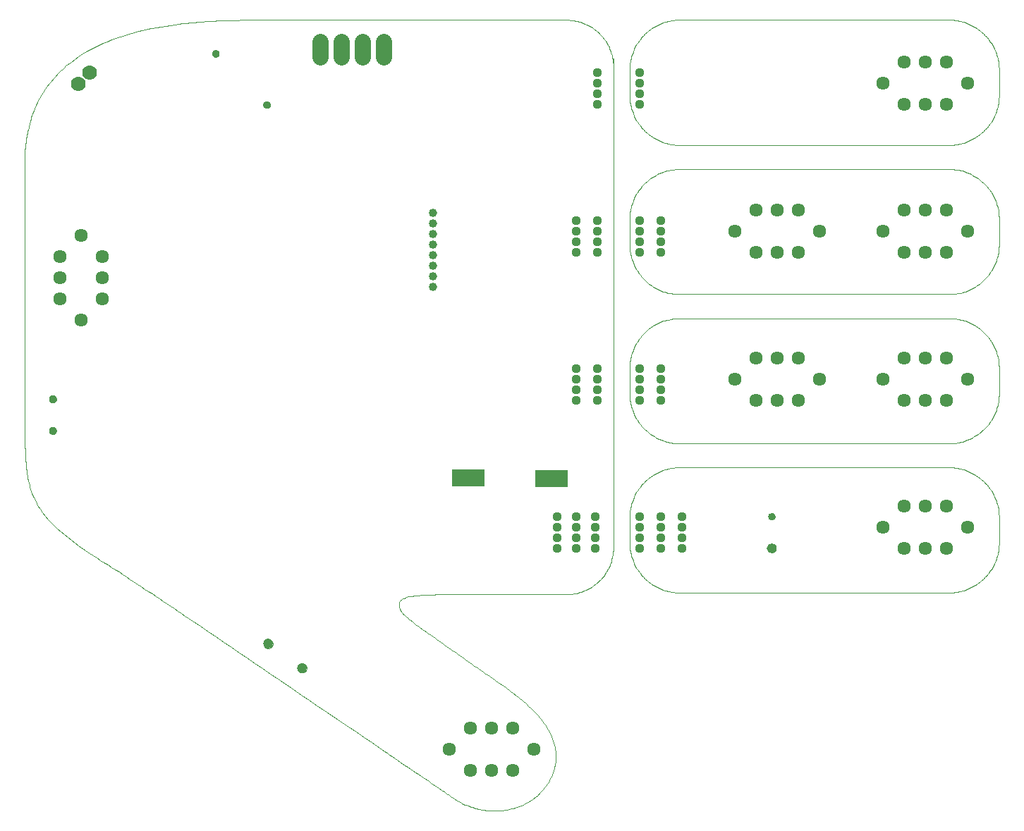
<source format=gbs>
G75*
%MOIN*%
%OFA0B0*%
%FSLAX25Y25*%
%IPPOS*%
%LPD*%
%AMOC8*
5,1,8,0,0,1.08239X$1,22.5*
%
%ADD10C,0.00394*%
%ADD11C,0.07800*%
%ADD12C,0.00000*%
%ADD13C,0.03746*%
%ADD14C,0.03353*%
%ADD15C,0.04534*%
%ADD16C,0.03550*%
%ADD17C,0.07000*%
%ADD18C,0.04731*%
%ADD19C,0.06337*%
%ADD20C,0.04400*%
%ADD21C,0.03975*%
%ADD22R,0.15400X0.08000*%
D10*
X0114420Y0091836D02*
X0118103Y0089341D01*
X0121786Y0086847D01*
X0125468Y0084351D01*
X0129149Y0081855D01*
X0132830Y0079358D01*
X0136510Y0076861D01*
X0143870Y0071864D01*
X0147550Y0069365D01*
X0151228Y0066865D01*
X0154907Y0064365D01*
X0158586Y0061865D01*
X0165942Y0056863D01*
X0169620Y0054362D01*
X0173298Y0051860D01*
X0176976Y0049358D01*
X0180653Y0046857D01*
X0184331Y0044355D01*
X0185557Y0043521D01*
X0186783Y0042686D01*
X0188009Y0041852D01*
X0189235Y0041018D01*
X0190460Y0040184D01*
X0191686Y0039350D01*
X0192912Y0038515D01*
X0194138Y0037681D01*
X0196590Y0036013D01*
X0197816Y0035178D01*
X0199041Y0034344D01*
X0200267Y0033509D01*
X0201493Y0032675D01*
X0202719Y0031841D01*
X0203944Y0031006D01*
X0205170Y0030172D01*
X0207621Y0028503D01*
X0208847Y0027668D01*
X0211298Y0025999D01*
X0212524Y0025164D01*
X0213749Y0024329D01*
X0214151Y0024056D01*
X0214551Y0023779D01*
X0214951Y0023500D01*
X0215351Y0023220D01*
X0215751Y0022939D01*
X0216151Y0022658D01*
X0216551Y0022377D01*
X0216952Y0022096D01*
X0217756Y0021537D01*
X0218159Y0021260D01*
X0218971Y0020712D01*
X0219379Y0020441D01*
X0219790Y0020177D01*
X0220201Y0019912D01*
X0220615Y0019653D01*
X0221033Y0019401D01*
X0221451Y0019149D01*
X0221873Y0018904D01*
X0222726Y0018433D01*
X0223157Y0018207D01*
X0223594Y0017992D01*
X0224254Y0017667D01*
X0224925Y0017364D01*
X0225604Y0017084D01*
X0226284Y0016803D01*
X0226972Y0016544D01*
X0227669Y0016308D01*
X0228365Y0016071D01*
X0229069Y0015857D01*
X0229779Y0015666D01*
X0230488Y0015475D01*
X0231205Y0015306D01*
X0231925Y0015160D01*
X0232646Y0015014D01*
X0233371Y0014891D01*
X0234100Y0014791D01*
X0234828Y0014691D01*
X0235560Y0014615D01*
X0237027Y0014508D01*
X0237762Y0014478D01*
X0239232Y0014465D01*
X0239968Y0014482D01*
X0240702Y0014524D01*
X0241707Y0014580D01*
X0242710Y0014682D01*
X0243705Y0014831D01*
X0244701Y0014980D01*
X0245689Y0015174D01*
X0246665Y0015414D01*
X0247641Y0015654D01*
X0248605Y0015940D01*
X0250498Y0016603D01*
X0251428Y0016980D01*
X0252336Y0017402D01*
X0253243Y0017824D01*
X0254129Y0018291D01*
X0254988Y0018803D01*
X0255847Y0019315D01*
X0256679Y0019872D01*
X0258280Y0021075D01*
X0259048Y0021722D01*
X0260512Y0023103D01*
X0261207Y0023838D01*
X0261861Y0024617D01*
X0262532Y0025416D01*
X0263151Y0026248D01*
X0263715Y0027108D01*
X0264280Y0027968D01*
X0264790Y0028855D01*
X0265243Y0029766D01*
X0265696Y0030676D01*
X0266092Y0031609D01*
X0266428Y0032560D01*
X0266763Y0033511D01*
X0267039Y0034480D01*
X0267463Y0036441D01*
X0267613Y0037435D01*
X0267696Y0038435D01*
X0267780Y0039436D01*
X0267797Y0040444D01*
X0267694Y0042465D01*
X0267574Y0043477D01*
X0267382Y0044486D01*
X0267190Y0045496D01*
X0266927Y0046502D01*
X0266588Y0047501D01*
X0266243Y0048521D01*
X0265840Y0049517D01*
X0265387Y0050488D01*
X0264935Y0051459D01*
X0264432Y0052406D01*
X0263885Y0053329D01*
X0263339Y0054253D01*
X0262749Y0055153D01*
X0262123Y0056030D01*
X0261497Y0056907D01*
X0260835Y0057761D01*
X0260142Y0058592D01*
X0259450Y0059424D01*
X0258728Y0060234D01*
X0257984Y0061022D01*
X0257239Y0061810D01*
X0256472Y0062577D01*
X0255689Y0063322D01*
X0254905Y0064068D01*
X0254106Y0064793D01*
X0253298Y0065497D01*
X0252490Y0066202D01*
X0251672Y0066886D01*
X0250853Y0067551D01*
X0250015Y0068231D01*
X0249169Y0068900D01*
X0247461Y0070223D01*
X0246599Y0070876D01*
X0245732Y0071522D01*
X0244865Y0072167D01*
X0243992Y0072807D01*
X0243115Y0073440D01*
X0242237Y0074074D01*
X0241355Y0074703D01*
X0240471Y0075327D01*
X0239586Y0075952D01*
X0238698Y0076572D01*
X0237810Y0077191D01*
X0236921Y0077809D01*
X0236031Y0078425D01*
X0235141Y0079041D01*
X0234251Y0079656D01*
X0233361Y0080270D01*
X0232473Y0080885D01*
X0231585Y0081501D01*
X0230698Y0082116D01*
X0229815Y0082735D01*
X0228903Y0083373D01*
X0227990Y0084011D01*
X0226164Y0085286D01*
X0225251Y0085924D01*
X0224338Y0086561D01*
X0223424Y0087198D01*
X0222511Y0087836D01*
X0221598Y0088473D01*
X0220685Y0089111D01*
X0219772Y0089749D01*
X0218860Y0090387D01*
X0217947Y0091026D01*
X0217035Y0091665D01*
X0216124Y0092304D01*
X0215212Y0092944D01*
X0214301Y0093585D01*
X0213391Y0094226D01*
X0212481Y0094868D01*
X0211571Y0095510D01*
X0210663Y0096154D01*
X0209754Y0096798D01*
X0208847Y0097443D01*
X0207940Y0098090D01*
X0207542Y0098374D01*
X0207143Y0098657D01*
X0206743Y0098940D01*
X0206343Y0099222D01*
X0205942Y0099504D01*
X0205541Y0099787D01*
X0205140Y0100070D01*
X0204739Y0100353D01*
X0204338Y0100637D01*
X0203938Y0100921D01*
X0203538Y0101207D01*
X0203140Y0101494D01*
X0202741Y0101781D01*
X0202344Y0102069D01*
X0201554Y0102652D01*
X0201161Y0102946D01*
X0200771Y0103243D01*
X0200381Y0103540D01*
X0199993Y0103840D01*
X0199609Y0104144D01*
X0199226Y0104448D01*
X0198845Y0104755D01*
X0198469Y0105068D01*
X0198220Y0105274D01*
X0197946Y0105502D01*
X0197658Y0105748D01*
X0197370Y0105994D01*
X0197069Y0106259D01*
X0196766Y0106540D01*
X0196464Y0106820D01*
X0196160Y0107117D01*
X0195574Y0107736D01*
X0195292Y0108059D01*
X0194773Y0108727D01*
X0194537Y0109072D01*
X0194134Y0109778D01*
X0193967Y0110139D01*
X0193848Y0110506D01*
X0193728Y0110873D01*
X0193656Y0111245D01*
X0193643Y0111620D01*
X0193630Y0111996D01*
X0193676Y0112375D01*
X0193794Y0112754D01*
X0193916Y0113147D01*
X0194108Y0113494D01*
X0194355Y0113801D01*
X0194602Y0114107D01*
X0194905Y0114373D01*
X0195249Y0114604D01*
X0195593Y0114835D01*
X0195979Y0115031D01*
X0196804Y0115367D01*
X0197244Y0115507D01*
X0198150Y0115740D01*
X0198616Y0115834D01*
X0199082Y0115912D01*
X0199547Y0115990D01*
X0200011Y0116051D01*
X0200908Y0116152D01*
X0201342Y0116192D01*
X0201746Y0116227D01*
X0202151Y0116263D01*
X0202526Y0116294D01*
X0202857Y0116326D01*
X0203312Y0116370D01*
X0203766Y0116410D01*
X0204677Y0116482D01*
X0205132Y0116514D01*
X0205588Y0116542D01*
X0206043Y0116570D01*
X0206499Y0116595D01*
X0206956Y0116616D01*
X0207412Y0116638D01*
X0207868Y0116656D01*
X0208325Y0116672D01*
X0208781Y0116688D01*
X0209238Y0116701D01*
X0210151Y0116723D01*
X0210608Y0116732D01*
X0211064Y0116739D01*
X0211521Y0116746D01*
X0211977Y0116751D01*
X0212434Y0116755D01*
X0212891Y0116759D01*
X0213347Y0116762D01*
X0213803Y0116764D01*
X0214793Y0116768D01*
X0215783Y0116771D01*
X0217764Y0116777D01*
X0218754Y0116779D01*
X0219744Y0116781D01*
X0220734Y0116782D01*
X0221724Y0116784D01*
X0222714Y0116784D01*
X0223704Y0116785D01*
X0224695Y0116786D01*
X0225685Y0116786D01*
X0226675Y0116786D01*
X0227665Y0116786D01*
X0228655Y0116786D01*
X0229645Y0116786D01*
X0230635Y0116786D01*
X0231626Y0116786D01*
X0232616Y0116786D01*
X0233606Y0116787D01*
X0234596Y0116787D01*
X0235586Y0116788D01*
X0236576Y0116788D01*
X0237566Y0116790D01*
X0238764Y0116791D01*
X0239962Y0116793D01*
X0242358Y0116795D01*
X0243555Y0116796D01*
X0244753Y0116797D01*
X0245951Y0116799D01*
X0247149Y0116800D01*
X0248347Y0116801D01*
X0249545Y0116802D01*
X0250743Y0116802D01*
X0251940Y0116803D01*
X0253138Y0116804D01*
X0254336Y0116805D01*
X0256732Y0116806D01*
X0257930Y0116806D01*
X0259127Y0116807D01*
X0260325Y0116807D01*
X0261523Y0116808D01*
X0262721Y0116808D01*
X0263919Y0116808D01*
X0265117Y0116808D01*
X0266718Y0116808D01*
X0267123Y0116804D01*
X0267531Y0116799D01*
X0267938Y0116794D01*
X0268347Y0116786D01*
X0268757Y0116779D01*
X0269167Y0116772D01*
X0269578Y0116766D01*
X0269989Y0116761D01*
X0270401Y0116756D01*
X0270813Y0116753D01*
X0271636Y0116755D01*
X0272047Y0116760D01*
X0272869Y0116781D01*
X0273279Y0116798D01*
X0273687Y0116822D01*
X0274095Y0116846D01*
X0274502Y0116878D01*
X0275312Y0116960D01*
X0275714Y0117011D01*
X0276114Y0117073D01*
X0276875Y0117192D01*
X0277626Y0117350D01*
X0278366Y0117547D01*
X0279106Y0117744D01*
X0279834Y0117979D01*
X0280547Y0118250D01*
X0281260Y0118521D01*
X0281959Y0118828D01*
X0282641Y0119170D01*
X0283322Y0119512D01*
X0283986Y0119888D01*
X0284630Y0120296D01*
X0285273Y0120704D01*
X0285896Y0121144D01*
X0286496Y0121615D01*
X0287096Y0122085D01*
X0287673Y0122586D01*
X0288224Y0123115D01*
X0288774Y0123644D01*
X0289299Y0124201D01*
X0289795Y0124785D01*
X0290290Y0125368D01*
X0290757Y0125978D01*
X0291191Y0126612D01*
X0291565Y0127156D01*
X0291906Y0127708D01*
X0292217Y0128270D01*
X0292528Y0128831D01*
X0292810Y0129401D01*
X0293317Y0130555D01*
X0293544Y0131140D01*
X0293744Y0131732D01*
X0293945Y0132324D01*
X0294120Y0132922D01*
X0294272Y0133527D01*
X0294424Y0134132D01*
X0294553Y0134743D01*
X0294660Y0135360D01*
X0294768Y0135977D01*
X0294854Y0136599D01*
X0294988Y0137853D01*
X0295037Y0138485D01*
X0295068Y0139121D01*
X0295100Y0139758D01*
X0295114Y0140398D01*
X0295114Y0370099D01*
X0295096Y0365780D01*
X0295057Y0366455D01*
X0295019Y0367131D01*
X0294959Y0367802D01*
X0294878Y0368466D01*
X0294796Y0369131D01*
X0294692Y0369790D01*
X0294563Y0370441D01*
X0294435Y0371093D01*
X0294282Y0371738D01*
X0293922Y0373011D01*
X0293716Y0373640D01*
X0293482Y0374260D01*
X0293247Y0374880D01*
X0292984Y0375491D01*
X0292690Y0376092D01*
X0292396Y0376693D01*
X0292071Y0377284D01*
X0291714Y0377865D01*
X0291357Y0378445D01*
X0290968Y0379015D01*
X0290543Y0379572D01*
X0290076Y0380186D01*
X0289578Y0380774D01*
X0288526Y0381895D01*
X0287972Y0382427D01*
X0287394Y0382929D01*
X0286815Y0383431D01*
X0286212Y0383904D01*
X0284962Y0384786D01*
X0284315Y0385195D01*
X0282984Y0385947D01*
X0282300Y0386289D01*
X0281599Y0386596D01*
X0280899Y0386903D01*
X0280183Y0387175D01*
X0279454Y0387409D01*
X0278725Y0387644D01*
X0277983Y0387841D01*
X0277231Y0387999D01*
X0276479Y0388158D01*
X0275718Y0388277D01*
X0274949Y0388355D01*
X0274570Y0388394D01*
X0274190Y0388425D01*
X0273809Y0388450D01*
X0273428Y0388474D01*
X0273046Y0388493D01*
X0272664Y0388506D01*
X0272281Y0388519D01*
X0271898Y0388528D01*
X0271514Y0388532D01*
X0271131Y0388537D01*
X0270747Y0388538D01*
X0270362Y0388537D01*
X0269978Y0388535D01*
X0269594Y0388531D01*
X0269210Y0388526D01*
X0268826Y0388521D01*
X0268442Y0388515D01*
X0268059Y0388509D01*
X0267675Y0388503D01*
X0267292Y0388497D01*
X0266528Y0388489D01*
X0266146Y0388486D01*
X0130394Y0388486D01*
X0128533Y0388483D01*
X0126671Y0388475D01*
X0124809Y0388466D01*
X0122947Y0388452D01*
X0121086Y0388429D01*
X0119224Y0388405D01*
X0117363Y0388372D01*
X0113642Y0388282D01*
X0111783Y0388224D01*
X0109923Y0388151D01*
X0108064Y0388078D01*
X0106206Y0387989D01*
X0104349Y0387881D01*
X0102492Y0387773D01*
X0100636Y0387646D01*
X0098782Y0387497D01*
X0096927Y0387348D01*
X0095074Y0387176D01*
X0093222Y0386980D01*
X0091371Y0386783D01*
X0089521Y0386560D01*
X0087673Y0386309D01*
X0085526Y0386017D01*
X0083369Y0385690D01*
X0081210Y0385320D01*
X0079051Y0384949D01*
X0076891Y0384536D01*
X0074737Y0384072D01*
X0072584Y0383609D01*
X0070437Y0383095D01*
X0068307Y0382523D01*
X0066176Y0381951D01*
X0064062Y0381322D01*
X0059882Y0379933D01*
X0057817Y0379174D01*
X0055785Y0378342D01*
X0053753Y0377510D01*
X0051755Y0376605D01*
X0049799Y0375621D01*
X0047844Y0374637D01*
X0045930Y0373573D01*
X0044068Y0372421D01*
X0042205Y0371270D01*
X0040394Y0370031D01*
X0038643Y0368698D01*
X0037813Y0368066D01*
X0037000Y0367413D01*
X0036207Y0366738D01*
X0035413Y0366063D01*
X0034638Y0365367D01*
X0033884Y0364651D01*
X0033129Y0363935D01*
X0032395Y0363199D01*
X0030970Y0361686D01*
X0030279Y0360910D01*
X0028944Y0359319D01*
X0028299Y0358505D01*
X0027059Y0356839D01*
X0026464Y0355988D01*
X0025324Y0354249D01*
X0024780Y0353362D01*
X0023746Y0351553D01*
X0023257Y0350631D01*
X0022796Y0349693D01*
X0022409Y0348905D01*
X0022048Y0348111D01*
X0021372Y0346513D01*
X0021057Y0345708D01*
X0020764Y0344899D01*
X0020470Y0344089D01*
X0020197Y0343275D01*
X0019942Y0342455D01*
X0019687Y0341636D01*
X0019450Y0340812D01*
X0019008Y0339155D01*
X0018803Y0338322D01*
X0018610Y0337484D01*
X0018418Y0336647D01*
X0018238Y0335805D01*
X0018069Y0334959D01*
X0017899Y0334114D01*
X0017741Y0333264D01*
X0017589Y0332410D01*
X0017438Y0331557D01*
X0017295Y0330700D01*
X0017157Y0329839D01*
X0017099Y0329480D01*
X0017053Y0329117D01*
X0016978Y0328382D01*
X0016949Y0328011D01*
X0016907Y0327265D01*
X0016893Y0326889D01*
X0016883Y0326511D01*
X0016874Y0326134D01*
X0016870Y0325755D01*
X0016869Y0325376D01*
X0016869Y0324997D01*
X0016871Y0324618D01*
X0016874Y0324239D01*
X0016878Y0323860D01*
X0016882Y0323483D01*
X0016889Y0322731D01*
X0016892Y0322357D01*
X0016892Y0321987D01*
X0016892Y0321616D01*
X0016889Y0321248D01*
X0016882Y0320885D01*
X0016873Y0320497D01*
X0016867Y0320109D01*
X0016861Y0319720D01*
X0016855Y0319332D01*
X0016851Y0318944D01*
X0016847Y0318556D01*
X0016844Y0318167D01*
X0016841Y0317779D01*
X0016839Y0317391D01*
X0016838Y0317003D01*
X0016836Y0316614D01*
X0016836Y0316226D01*
X0016835Y0315838D01*
X0016835Y0315449D01*
X0016835Y0315061D01*
X0016836Y0314673D01*
X0016836Y0314285D01*
X0016837Y0313896D01*
X0016837Y0313508D01*
X0016838Y0313120D01*
X0016838Y0312731D01*
X0016839Y0312343D01*
X0016839Y0311955D01*
X0016839Y0208801D01*
X0016839Y0208056D01*
X0016838Y0207310D01*
X0016837Y0206564D01*
X0016836Y0205819D01*
X0016835Y0205073D01*
X0016834Y0204327D01*
X0016833Y0203582D01*
X0016831Y0202090D01*
X0016831Y0201345D01*
X0016830Y0200599D01*
X0016830Y0199853D01*
X0016830Y0199108D01*
X0016831Y0198362D01*
X0016831Y0197616D01*
X0016833Y0196871D01*
X0016835Y0196125D01*
X0016837Y0195379D01*
X0016840Y0194634D01*
X0016844Y0193888D01*
X0016848Y0193142D01*
X0016853Y0192397D01*
X0016859Y0191651D01*
X0016868Y0190610D01*
X0016877Y0189565D01*
X0016891Y0188516D01*
X0016904Y0187468D01*
X0016923Y0186416D01*
X0016952Y0185364D01*
X0016980Y0184311D01*
X0017018Y0183257D01*
X0017124Y0181151D01*
X0017191Y0180099D01*
X0017277Y0179048D01*
X0017363Y0177998D01*
X0017469Y0176951D01*
X0017727Y0174864D01*
X0017881Y0173825D01*
X0018063Y0172792D01*
X0018245Y0171759D01*
X0018455Y0170732D01*
X0018699Y0169712D01*
X0018943Y0168693D01*
X0019221Y0167682D01*
X0019536Y0166680D01*
X0020176Y0164648D01*
X0020987Y0162717D01*
X0021943Y0160877D01*
X0022899Y0159037D01*
X0024000Y0157287D01*
X0025219Y0155617D01*
X0026437Y0153947D01*
X0027775Y0152357D01*
X0029204Y0150836D01*
X0030634Y0149315D01*
X0032156Y0147864D01*
X0033743Y0146472D01*
X0035331Y0145080D01*
X0036984Y0143747D01*
X0040370Y0141178D01*
X0042102Y0139942D01*
X0045594Y0137547D01*
X0047353Y0136387D01*
X0049099Y0135255D01*
X0050845Y0134123D01*
X0052578Y0133018D01*
X0054272Y0131931D01*
X0056027Y0130804D01*
X0057780Y0129673D01*
X0059529Y0128538D01*
X0061279Y0127404D01*
X0063026Y0126265D01*
X0064771Y0125123D01*
X0066516Y0123981D01*
X0068258Y0122835D01*
X0069999Y0121687D01*
X0071739Y0120538D01*
X0073478Y0119387D01*
X0075215Y0118233D01*
X0076952Y0117079D01*
X0078687Y0115922D01*
X0080420Y0114764D01*
X0082154Y0113605D01*
X0083887Y0112444D01*
X0085618Y0111282D01*
X0087350Y0110120D01*
X0089080Y0108956D01*
X0090810Y0107791D01*
X0092539Y0106625D01*
X0094268Y0105459D01*
X0095997Y0104292D01*
X0099683Y0101803D01*
X0103368Y0099313D01*
X0107053Y0096821D01*
X0110737Y0094329D01*
X0114420Y0091836D01*
X0303036Y0137277D02*
X0302915Y0138057D01*
X0302753Y0139640D01*
X0302712Y0140443D01*
X0302712Y0154004D01*
X0302753Y0154807D01*
X0302834Y0155598D01*
X0302915Y0156390D01*
X0303036Y0157170D01*
X0303194Y0157937D01*
X0303352Y0158704D01*
X0303547Y0159458D01*
X0303778Y0160197D01*
X0304009Y0160935D01*
X0304276Y0161658D01*
X0304875Y0163070D01*
X0305209Y0163759D01*
X0305573Y0164428D01*
X0305938Y0165097D01*
X0306334Y0165747D01*
X0307186Y0167004D01*
X0307641Y0167612D01*
X0308606Y0168779D01*
X0309115Y0169340D01*
X0309651Y0169875D01*
X0310186Y0170410D01*
X0310746Y0170920D01*
X0311914Y0171885D01*
X0312521Y0172340D01*
X0313779Y0173191D01*
X0314429Y0173587D01*
X0315098Y0173952D01*
X0315767Y0174317D01*
X0316456Y0174650D01*
X0317868Y0175250D01*
X0318591Y0175517D01*
X0319329Y0175748D01*
X0320068Y0175979D01*
X0320821Y0176174D01*
X0322355Y0176490D01*
X0323136Y0176611D01*
X0324719Y0176773D01*
X0325522Y0176814D01*
X0454499Y0176814D01*
X0455302Y0176773D01*
X0456885Y0176611D01*
X0457665Y0176490D01*
X0458432Y0176332D01*
X0459199Y0176174D01*
X0459953Y0175979D01*
X0460691Y0175748D01*
X0461430Y0175517D01*
X0462153Y0175250D01*
X0463565Y0174650D01*
X0464253Y0174317D01*
X0464923Y0173952D01*
X0465592Y0173587D01*
X0466242Y0173191D01*
X0467499Y0172340D01*
X0468106Y0171885D01*
X0469274Y0170920D01*
X0469835Y0170410D01*
X0470370Y0169875D01*
X0470905Y0169340D01*
X0471415Y0168779D01*
X0472380Y0167612D01*
X0472835Y0167004D01*
X0473686Y0165747D01*
X0474082Y0165097D01*
X0474447Y0164428D01*
X0474812Y0163759D01*
X0475145Y0163070D01*
X0475745Y0161658D01*
X0476011Y0160935D01*
X0476242Y0160197D01*
X0476473Y0159458D01*
X0476669Y0158704D01*
X0476985Y0157170D01*
X0477105Y0156390D01*
X0477186Y0155598D01*
X0477267Y0154807D01*
X0477309Y0154004D01*
X0477309Y0140443D01*
X0477267Y0139640D01*
X0477105Y0138057D01*
X0476985Y0137277D01*
X0476827Y0136510D01*
X0476669Y0135743D01*
X0476473Y0134989D01*
X0476242Y0134251D01*
X0476011Y0133512D01*
X0475745Y0132789D01*
X0475145Y0131377D01*
X0474812Y0130689D01*
X0474447Y0130020D01*
X0474082Y0129350D01*
X0473686Y0128700D01*
X0473260Y0128072D01*
X0472835Y0127443D01*
X0472380Y0126836D01*
X0471897Y0126252D01*
X0471415Y0125668D01*
X0470905Y0125107D01*
X0469835Y0124037D01*
X0469274Y0123527D01*
X0468106Y0122562D01*
X0467499Y0122107D01*
X0466870Y0121682D01*
X0466242Y0121256D01*
X0465592Y0120860D01*
X0464923Y0120495D01*
X0464253Y0120130D01*
X0463565Y0119797D01*
X0462153Y0119197D01*
X0461430Y0118931D01*
X0460691Y0118700D01*
X0459953Y0118469D01*
X0459199Y0118273D01*
X0458432Y0118115D01*
X0457665Y0117957D01*
X0456885Y0117837D01*
X0455302Y0117675D01*
X0454499Y0117633D01*
X0325522Y0117633D01*
X0324719Y0117675D01*
X0323136Y0117837D01*
X0322355Y0117957D01*
X0321588Y0118115D01*
X0320821Y0118273D01*
X0320068Y0118469D01*
X0319329Y0118700D01*
X0318591Y0118931D01*
X0317868Y0119197D01*
X0316456Y0119797D01*
X0315767Y0120130D01*
X0315098Y0120495D01*
X0314429Y0120860D01*
X0313779Y0121256D01*
X0313150Y0121682D01*
X0312521Y0122107D01*
X0311914Y0122562D01*
X0310746Y0123527D01*
X0310186Y0124037D01*
X0309115Y0125107D01*
X0308606Y0125668D01*
X0308123Y0126252D01*
X0307641Y0126836D01*
X0307186Y0127443D01*
X0306760Y0128072D01*
X0306334Y0128700D01*
X0305938Y0129350D01*
X0305573Y0130020D01*
X0305209Y0130689D01*
X0304875Y0131377D01*
X0304276Y0132789D01*
X0304009Y0133512D01*
X0303778Y0134251D01*
X0303547Y0134989D01*
X0303352Y0135743D01*
X0303194Y0136510D01*
X0303036Y0137277D01*
X0319329Y0189257D02*
X0318591Y0189488D01*
X0317868Y0189755D01*
X0316456Y0190354D01*
X0315767Y0190688D01*
X0315098Y0191052D01*
X0314429Y0191417D01*
X0313779Y0191813D01*
X0313150Y0192239D01*
X0312521Y0192665D01*
X0311914Y0193120D01*
X0311330Y0193602D01*
X0310746Y0194084D01*
X0310186Y0194594D01*
X0309115Y0195665D01*
X0308606Y0196225D01*
X0307641Y0197393D01*
X0307186Y0198000D01*
X0306760Y0198629D01*
X0306334Y0199258D01*
X0305938Y0199908D01*
X0305573Y0200577D01*
X0305209Y0201246D01*
X0304875Y0201935D01*
X0304276Y0203346D01*
X0304009Y0204070D01*
X0303778Y0204808D01*
X0303547Y0205547D01*
X0303352Y0206300D01*
X0303194Y0207067D01*
X0303036Y0207834D01*
X0302915Y0208615D01*
X0302753Y0210198D01*
X0302712Y0211001D01*
X0302712Y0224561D01*
X0302753Y0225364D01*
X0302915Y0226947D01*
X0303036Y0227728D01*
X0303194Y0228495D01*
X0303352Y0229262D01*
X0303547Y0230015D01*
X0303778Y0230754D01*
X0304009Y0231492D01*
X0304276Y0232216D01*
X0304875Y0233627D01*
X0305209Y0234316D01*
X0305573Y0234985D01*
X0305938Y0235654D01*
X0306334Y0236304D01*
X0307186Y0237562D01*
X0307641Y0238169D01*
X0308606Y0239337D01*
X0309115Y0239897D01*
X0310186Y0240968D01*
X0310746Y0241478D01*
X0311914Y0242442D01*
X0312521Y0242897D01*
X0313779Y0243749D01*
X0314429Y0244145D01*
X0315098Y0244510D01*
X0315767Y0244874D01*
X0316456Y0245208D01*
X0317868Y0245807D01*
X0318591Y0246074D01*
X0319329Y0246305D01*
X0320068Y0246536D01*
X0320821Y0246731D01*
X0322355Y0247047D01*
X0323136Y0247168D01*
X0324719Y0247330D01*
X0325522Y0247371D01*
X0454499Y0247371D01*
X0455302Y0247330D01*
X0456885Y0247168D01*
X0457665Y0247047D01*
X0458432Y0246889D01*
X0459199Y0246731D01*
X0459953Y0246536D01*
X0460691Y0246305D01*
X0461430Y0246074D01*
X0462153Y0245807D01*
X0463565Y0245208D01*
X0464253Y0244874D01*
X0464923Y0244510D01*
X0465592Y0244145D01*
X0466242Y0243749D01*
X0467499Y0242897D01*
X0468106Y0242442D01*
X0469274Y0241478D01*
X0469835Y0240968D01*
X0470905Y0239897D01*
X0471415Y0239337D01*
X0472380Y0238169D01*
X0472835Y0237562D01*
X0473686Y0236304D01*
X0474082Y0235654D01*
X0474447Y0234985D01*
X0474812Y0234316D01*
X0475145Y0233627D01*
X0475745Y0232216D01*
X0476011Y0231492D01*
X0476242Y0230754D01*
X0476473Y0230015D01*
X0476669Y0229262D01*
X0476985Y0227728D01*
X0477105Y0226947D01*
X0477267Y0225364D01*
X0477309Y0224561D01*
X0477309Y0211001D01*
X0477267Y0210198D01*
X0477105Y0208615D01*
X0476985Y0207834D01*
X0476827Y0207067D01*
X0476669Y0206300D01*
X0476473Y0205547D01*
X0476242Y0204808D01*
X0476011Y0204070D01*
X0475745Y0203346D01*
X0475145Y0201935D01*
X0474812Y0201246D01*
X0474447Y0200577D01*
X0474082Y0199908D01*
X0473686Y0199258D01*
X0473260Y0198629D01*
X0472835Y0198000D01*
X0472380Y0197393D01*
X0471415Y0196225D01*
X0470905Y0195665D01*
X0469835Y0194594D01*
X0469274Y0194084D01*
X0468690Y0193602D01*
X0468106Y0193120D01*
X0467499Y0192665D01*
X0466870Y0192239D01*
X0466242Y0191813D01*
X0465592Y0191417D01*
X0464923Y0191052D01*
X0464253Y0190688D01*
X0463565Y0190354D01*
X0462153Y0189755D01*
X0461430Y0189488D01*
X0460691Y0189257D01*
X0459953Y0189026D01*
X0459199Y0188831D01*
X0458432Y0188673D01*
X0457665Y0188515D01*
X0456885Y0188394D01*
X0455302Y0188232D01*
X0454499Y0188191D01*
X0325522Y0188191D01*
X0324719Y0188232D01*
X0323136Y0188394D01*
X0322355Y0188515D01*
X0321588Y0188673D01*
X0320821Y0188831D01*
X0320068Y0189026D01*
X0319329Y0189257D01*
X0324719Y0258789D02*
X0323136Y0258951D01*
X0322355Y0259072D01*
X0320821Y0259388D01*
X0320068Y0259583D01*
X0319329Y0259814D01*
X0318591Y0260045D01*
X0317868Y0260312D01*
X0316456Y0260912D01*
X0315767Y0261245D01*
X0315098Y0261610D01*
X0314429Y0261975D01*
X0313779Y0262371D01*
X0313150Y0262796D01*
X0312521Y0263222D01*
X0311914Y0263677D01*
X0310746Y0264642D01*
X0310186Y0265152D01*
X0309115Y0266222D01*
X0308606Y0266783D01*
X0307641Y0267950D01*
X0307186Y0268558D01*
X0306760Y0269186D01*
X0306334Y0269815D01*
X0305938Y0270465D01*
X0305573Y0271134D01*
X0305209Y0271803D01*
X0304875Y0272492D01*
X0304276Y0273904D01*
X0304009Y0274627D01*
X0303778Y0275365D01*
X0303547Y0276104D01*
X0303352Y0276858D01*
X0303194Y0277625D01*
X0303036Y0278392D01*
X0302915Y0279172D01*
X0302753Y0280755D01*
X0302712Y0281558D01*
X0302712Y0295119D01*
X0302753Y0295922D01*
X0302915Y0297505D01*
X0303036Y0298285D01*
X0303194Y0299052D01*
X0303352Y0299819D01*
X0303547Y0300573D01*
X0303778Y0301311D01*
X0304009Y0302050D01*
X0304276Y0302773D01*
X0304875Y0304185D01*
X0305209Y0304873D01*
X0305573Y0305542D01*
X0305938Y0306212D01*
X0306334Y0306862D01*
X0307186Y0308119D01*
X0307641Y0308726D01*
X0308606Y0309894D01*
X0309115Y0310455D01*
X0310186Y0311525D01*
X0310746Y0312035D01*
X0311914Y0313000D01*
X0312521Y0313455D01*
X0313150Y0313880D01*
X0313779Y0314306D01*
X0314429Y0314702D01*
X0315098Y0315067D01*
X0315767Y0315432D01*
X0316456Y0315765D01*
X0317868Y0316365D01*
X0318591Y0316631D01*
X0319329Y0316862D01*
X0320068Y0317093D01*
X0320821Y0317289D01*
X0322355Y0317605D01*
X0323136Y0317725D01*
X0324719Y0317887D01*
X0325522Y0317929D01*
X0454499Y0317929D01*
X0455302Y0317887D01*
X0456885Y0317725D01*
X0457665Y0317605D01*
X0458432Y0317447D01*
X0459199Y0317289D01*
X0459953Y0317093D01*
X0460691Y0316862D01*
X0461430Y0316631D01*
X0462153Y0316365D01*
X0463565Y0315765D01*
X0464253Y0315432D01*
X0464923Y0315067D01*
X0465592Y0314702D01*
X0466242Y0314306D01*
X0466870Y0313880D01*
X0467499Y0313455D01*
X0468106Y0313000D01*
X0469274Y0312035D01*
X0469835Y0311525D01*
X0470905Y0310455D01*
X0471415Y0309894D01*
X0472380Y0308726D01*
X0472835Y0308119D01*
X0473686Y0306862D01*
X0474082Y0306212D01*
X0474447Y0305542D01*
X0474812Y0304873D01*
X0475145Y0304185D01*
X0475745Y0302773D01*
X0476011Y0302050D01*
X0476242Y0301311D01*
X0476473Y0300573D01*
X0476669Y0299819D01*
X0476985Y0298285D01*
X0477105Y0297505D01*
X0477267Y0295922D01*
X0477309Y0295119D01*
X0477309Y0281558D01*
X0477267Y0280755D01*
X0477105Y0279172D01*
X0476985Y0278392D01*
X0476827Y0277625D01*
X0476669Y0276858D01*
X0476473Y0276104D01*
X0476242Y0275365D01*
X0476011Y0274627D01*
X0475745Y0273904D01*
X0475145Y0272492D01*
X0474812Y0271803D01*
X0474447Y0271134D01*
X0474082Y0270465D01*
X0473686Y0269815D01*
X0473260Y0269186D01*
X0472835Y0268558D01*
X0472380Y0267950D01*
X0471415Y0266783D01*
X0470905Y0266222D01*
X0469835Y0265152D01*
X0469274Y0264642D01*
X0468106Y0263677D01*
X0467499Y0263222D01*
X0466870Y0262796D01*
X0466242Y0262371D01*
X0465592Y0261975D01*
X0464253Y0261245D01*
X0463565Y0260912D01*
X0462153Y0260312D01*
X0461430Y0260045D01*
X0460691Y0259814D01*
X0459953Y0259583D01*
X0459199Y0259388D01*
X0458432Y0259230D01*
X0457665Y0259072D01*
X0456885Y0258951D01*
X0455302Y0258789D01*
X0454499Y0258748D01*
X0325522Y0258748D01*
X0324719Y0258789D01*
X0325522Y0329305D02*
X0454499Y0329305D01*
X0455302Y0329347D01*
X0456885Y0329509D01*
X0457665Y0329629D01*
X0458432Y0329787D01*
X0459199Y0329945D01*
X0459953Y0330141D01*
X0460691Y0330372D01*
X0461430Y0330603D01*
X0462153Y0330869D01*
X0463565Y0331469D01*
X0464253Y0331802D01*
X0464923Y0332167D01*
X0465592Y0332532D01*
X0466242Y0332928D01*
X0467499Y0333779D01*
X0468106Y0334234D01*
X0469274Y0335199D01*
X0469835Y0335709D01*
X0470905Y0336779D01*
X0471415Y0337340D01*
X0472380Y0338508D01*
X0472835Y0339115D01*
X0473686Y0340372D01*
X0474082Y0341022D01*
X0474447Y0341691D01*
X0474812Y0342361D01*
X0475145Y0343049D01*
X0475745Y0344461D01*
X0476011Y0345184D01*
X0476242Y0345923D01*
X0476473Y0346661D01*
X0476669Y0347415D01*
X0476827Y0348182D01*
X0476985Y0348949D01*
X0477105Y0349729D01*
X0477267Y0351312D01*
X0477309Y0352115D01*
X0477309Y0365676D01*
X0477267Y0366479D01*
X0477105Y0368062D01*
X0476985Y0368842D01*
X0476827Y0369609D01*
X0476669Y0370376D01*
X0476473Y0371130D01*
X0476242Y0371868D01*
X0476011Y0372607D01*
X0475745Y0373330D01*
X0475145Y0374742D01*
X0474812Y0375431D01*
X0474447Y0376100D01*
X0474082Y0376769D01*
X0473686Y0377419D01*
X0473260Y0378048D01*
X0472835Y0378676D01*
X0472380Y0379284D01*
X0471415Y0380451D01*
X0470905Y0381012D01*
X0469835Y0382082D01*
X0469274Y0382592D01*
X0468106Y0383557D01*
X0467499Y0384012D01*
X0466870Y0384438D01*
X0466242Y0384863D01*
X0465592Y0385259D01*
X0464923Y0385624D01*
X0464253Y0385989D01*
X0463565Y0386322D01*
X0462153Y0386922D01*
X0461430Y0387188D01*
X0460691Y0387419D01*
X0459953Y0387650D01*
X0459199Y0387846D01*
X0458432Y0388004D01*
X0457665Y0388162D01*
X0456885Y0388282D01*
X0455302Y0388445D01*
X0454499Y0388486D01*
X0325522Y0388486D01*
X0324719Y0388445D01*
X0323136Y0388282D01*
X0322355Y0388162D01*
X0321588Y0388004D01*
X0320821Y0387846D01*
X0320068Y0387650D01*
X0319329Y0387419D01*
X0318591Y0387188D01*
X0317868Y0386922D01*
X0316456Y0386322D01*
X0315767Y0385989D01*
X0315098Y0385624D01*
X0314429Y0385259D01*
X0313779Y0384863D01*
X0313150Y0384438D01*
X0312521Y0384012D01*
X0311914Y0383557D01*
X0310746Y0382592D01*
X0310186Y0382082D01*
X0309115Y0381012D01*
X0308606Y0380451D01*
X0307641Y0379284D01*
X0307186Y0378676D01*
X0306760Y0378048D01*
X0306334Y0377419D01*
X0305938Y0376769D01*
X0305573Y0376100D01*
X0305209Y0375431D01*
X0304875Y0374742D01*
X0304276Y0373330D01*
X0304009Y0372607D01*
X0303778Y0371868D01*
X0303547Y0371130D01*
X0303352Y0370376D01*
X0303194Y0369609D01*
X0303036Y0368842D01*
X0302915Y0368062D01*
X0302753Y0366479D01*
X0302712Y0365676D01*
X0302712Y0352115D01*
X0302753Y0351312D01*
X0302915Y0349729D01*
X0303036Y0348949D01*
X0303194Y0348182D01*
X0303352Y0347415D01*
X0303547Y0346661D01*
X0303778Y0345923D01*
X0304009Y0345184D01*
X0304276Y0344461D01*
X0304875Y0343049D01*
X0305209Y0342361D01*
X0305573Y0341691D01*
X0305938Y0341022D01*
X0306334Y0340372D01*
X0307186Y0339115D01*
X0307641Y0338508D01*
X0308606Y0337340D01*
X0309115Y0336779D01*
X0310186Y0335709D01*
X0310746Y0335199D01*
X0311914Y0334234D01*
X0312521Y0333779D01*
X0313779Y0332928D01*
X0314429Y0332532D01*
X0315098Y0332167D01*
X0315767Y0331802D01*
X0316456Y0331469D01*
X0317868Y0330869D01*
X0318591Y0330603D01*
X0319329Y0330372D01*
X0320068Y0330141D01*
X0320821Y0329945D01*
X0322355Y0329629D01*
X0323136Y0329509D01*
X0324719Y0329347D01*
X0325522Y0329305D01*
D11*
X0186346Y0370997D02*
X0186346Y0378397D01*
X0176346Y0378397D02*
X0176346Y0370997D01*
X0166346Y0370997D02*
X0166346Y0378397D01*
X0156346Y0378397D02*
X0156346Y0370997D01*
D12*
X0129630Y0348343D02*
X0129632Y0348422D01*
X0129638Y0348501D01*
X0129648Y0348580D01*
X0129662Y0348658D01*
X0129679Y0348735D01*
X0129701Y0348811D01*
X0129726Y0348886D01*
X0129756Y0348959D01*
X0129788Y0349031D01*
X0129825Y0349102D01*
X0129865Y0349170D01*
X0129908Y0349236D01*
X0129954Y0349300D01*
X0130004Y0349362D01*
X0130057Y0349421D01*
X0130112Y0349477D01*
X0130171Y0349531D01*
X0130232Y0349581D01*
X0130295Y0349629D01*
X0130361Y0349673D01*
X0130429Y0349714D01*
X0130499Y0349751D01*
X0130570Y0349785D01*
X0130644Y0349815D01*
X0130718Y0349841D01*
X0130794Y0349863D01*
X0130871Y0349882D01*
X0130949Y0349897D01*
X0131027Y0349908D01*
X0131106Y0349915D01*
X0131185Y0349918D01*
X0131264Y0349917D01*
X0131343Y0349912D01*
X0131422Y0349903D01*
X0131500Y0349890D01*
X0131577Y0349873D01*
X0131654Y0349853D01*
X0131729Y0349828D01*
X0131803Y0349800D01*
X0131876Y0349768D01*
X0131946Y0349733D01*
X0132015Y0349694D01*
X0132082Y0349651D01*
X0132147Y0349605D01*
X0132209Y0349557D01*
X0132269Y0349505D01*
X0132326Y0349450D01*
X0132380Y0349392D01*
X0132431Y0349332D01*
X0132479Y0349269D01*
X0132524Y0349204D01*
X0132566Y0349136D01*
X0132604Y0349067D01*
X0132638Y0348996D01*
X0132669Y0348923D01*
X0132697Y0348848D01*
X0132720Y0348773D01*
X0132740Y0348696D01*
X0132756Y0348619D01*
X0132768Y0348540D01*
X0132776Y0348462D01*
X0132780Y0348383D01*
X0132780Y0348303D01*
X0132776Y0348224D01*
X0132768Y0348146D01*
X0132756Y0348067D01*
X0132740Y0347990D01*
X0132720Y0347913D01*
X0132697Y0347838D01*
X0132669Y0347763D01*
X0132638Y0347690D01*
X0132604Y0347619D01*
X0132566Y0347550D01*
X0132524Y0347482D01*
X0132479Y0347417D01*
X0132431Y0347354D01*
X0132380Y0347294D01*
X0132326Y0347236D01*
X0132269Y0347181D01*
X0132209Y0347129D01*
X0132147Y0347081D01*
X0132082Y0347035D01*
X0132015Y0346992D01*
X0131946Y0346953D01*
X0131876Y0346918D01*
X0131803Y0346886D01*
X0131729Y0346858D01*
X0131654Y0346833D01*
X0131577Y0346813D01*
X0131500Y0346796D01*
X0131422Y0346783D01*
X0131343Y0346774D01*
X0131264Y0346769D01*
X0131185Y0346768D01*
X0131106Y0346771D01*
X0131027Y0346778D01*
X0130949Y0346789D01*
X0130871Y0346804D01*
X0130794Y0346823D01*
X0130718Y0346845D01*
X0130644Y0346871D01*
X0130570Y0346901D01*
X0130499Y0346935D01*
X0130429Y0346972D01*
X0130361Y0347013D01*
X0130295Y0347057D01*
X0130232Y0347105D01*
X0130171Y0347155D01*
X0130112Y0347209D01*
X0130057Y0347265D01*
X0130004Y0347324D01*
X0129954Y0347386D01*
X0129908Y0347450D01*
X0129865Y0347516D01*
X0129825Y0347584D01*
X0129788Y0347655D01*
X0129756Y0347727D01*
X0129726Y0347800D01*
X0129701Y0347875D01*
X0129679Y0347951D01*
X0129662Y0348028D01*
X0129648Y0348106D01*
X0129638Y0348185D01*
X0129632Y0348264D01*
X0129630Y0348343D01*
X0105417Y0372555D02*
X0105419Y0372634D01*
X0105425Y0372713D01*
X0105435Y0372792D01*
X0105449Y0372870D01*
X0105466Y0372947D01*
X0105488Y0373023D01*
X0105513Y0373098D01*
X0105543Y0373171D01*
X0105575Y0373243D01*
X0105612Y0373314D01*
X0105652Y0373382D01*
X0105695Y0373448D01*
X0105741Y0373512D01*
X0105791Y0373574D01*
X0105844Y0373633D01*
X0105899Y0373689D01*
X0105958Y0373743D01*
X0106019Y0373793D01*
X0106082Y0373841D01*
X0106148Y0373885D01*
X0106216Y0373926D01*
X0106286Y0373963D01*
X0106357Y0373997D01*
X0106431Y0374027D01*
X0106505Y0374053D01*
X0106581Y0374075D01*
X0106658Y0374094D01*
X0106736Y0374109D01*
X0106814Y0374120D01*
X0106893Y0374127D01*
X0106972Y0374130D01*
X0107051Y0374129D01*
X0107130Y0374124D01*
X0107209Y0374115D01*
X0107287Y0374102D01*
X0107364Y0374085D01*
X0107441Y0374065D01*
X0107516Y0374040D01*
X0107590Y0374012D01*
X0107663Y0373980D01*
X0107733Y0373945D01*
X0107802Y0373906D01*
X0107869Y0373863D01*
X0107934Y0373817D01*
X0107996Y0373769D01*
X0108056Y0373717D01*
X0108113Y0373662D01*
X0108167Y0373604D01*
X0108218Y0373544D01*
X0108266Y0373481D01*
X0108311Y0373416D01*
X0108353Y0373348D01*
X0108391Y0373279D01*
X0108425Y0373208D01*
X0108456Y0373135D01*
X0108484Y0373060D01*
X0108507Y0372985D01*
X0108527Y0372908D01*
X0108543Y0372831D01*
X0108555Y0372752D01*
X0108563Y0372674D01*
X0108567Y0372595D01*
X0108567Y0372515D01*
X0108563Y0372436D01*
X0108555Y0372358D01*
X0108543Y0372279D01*
X0108527Y0372202D01*
X0108507Y0372125D01*
X0108484Y0372050D01*
X0108456Y0371975D01*
X0108425Y0371902D01*
X0108391Y0371831D01*
X0108353Y0371762D01*
X0108311Y0371694D01*
X0108266Y0371629D01*
X0108218Y0371566D01*
X0108167Y0371506D01*
X0108113Y0371448D01*
X0108056Y0371393D01*
X0107996Y0371341D01*
X0107934Y0371293D01*
X0107869Y0371247D01*
X0107802Y0371204D01*
X0107733Y0371165D01*
X0107663Y0371130D01*
X0107590Y0371098D01*
X0107516Y0371070D01*
X0107441Y0371045D01*
X0107364Y0371025D01*
X0107287Y0371008D01*
X0107209Y0370995D01*
X0107130Y0370986D01*
X0107051Y0370981D01*
X0106972Y0370980D01*
X0106893Y0370983D01*
X0106814Y0370990D01*
X0106736Y0371001D01*
X0106658Y0371016D01*
X0106581Y0371035D01*
X0106505Y0371057D01*
X0106431Y0371083D01*
X0106357Y0371113D01*
X0106286Y0371147D01*
X0106216Y0371184D01*
X0106148Y0371225D01*
X0106082Y0371269D01*
X0106019Y0371317D01*
X0105958Y0371367D01*
X0105899Y0371421D01*
X0105844Y0371477D01*
X0105791Y0371536D01*
X0105741Y0371598D01*
X0105695Y0371662D01*
X0105652Y0371728D01*
X0105612Y0371796D01*
X0105575Y0371867D01*
X0105543Y0371939D01*
X0105513Y0372012D01*
X0105488Y0372087D01*
X0105466Y0372163D01*
X0105449Y0372240D01*
X0105435Y0372318D01*
X0105425Y0372397D01*
X0105419Y0372476D01*
X0105417Y0372555D01*
X0028335Y0209177D02*
X0028337Y0209258D01*
X0028343Y0209340D01*
X0028353Y0209421D01*
X0028367Y0209501D01*
X0028384Y0209580D01*
X0028406Y0209659D01*
X0028431Y0209736D01*
X0028460Y0209813D01*
X0028493Y0209887D01*
X0028530Y0209960D01*
X0028569Y0210031D01*
X0028613Y0210100D01*
X0028659Y0210167D01*
X0028709Y0210231D01*
X0028762Y0210293D01*
X0028818Y0210353D01*
X0028876Y0210409D01*
X0028938Y0210463D01*
X0029002Y0210514D01*
X0029068Y0210561D01*
X0029136Y0210605D01*
X0029207Y0210646D01*
X0029279Y0210683D01*
X0029354Y0210717D01*
X0029429Y0210747D01*
X0029507Y0210773D01*
X0029585Y0210796D01*
X0029664Y0210814D01*
X0029744Y0210829D01*
X0029825Y0210840D01*
X0029906Y0210847D01*
X0029988Y0210850D01*
X0030069Y0210849D01*
X0030150Y0210844D01*
X0030231Y0210835D01*
X0030312Y0210822D01*
X0030392Y0210805D01*
X0030470Y0210785D01*
X0030548Y0210760D01*
X0030625Y0210732D01*
X0030700Y0210700D01*
X0030773Y0210665D01*
X0030844Y0210626D01*
X0030914Y0210583D01*
X0030981Y0210538D01*
X0031047Y0210489D01*
X0031109Y0210437D01*
X0031169Y0210381D01*
X0031226Y0210323D01*
X0031281Y0210263D01*
X0031332Y0210199D01*
X0031380Y0210134D01*
X0031425Y0210066D01*
X0031467Y0209996D01*
X0031505Y0209924D01*
X0031540Y0209850D01*
X0031571Y0209775D01*
X0031598Y0209698D01*
X0031621Y0209620D01*
X0031641Y0209541D01*
X0031657Y0209461D01*
X0031669Y0209380D01*
X0031677Y0209299D01*
X0031681Y0209218D01*
X0031681Y0209136D01*
X0031677Y0209055D01*
X0031669Y0208974D01*
X0031657Y0208893D01*
X0031641Y0208813D01*
X0031621Y0208734D01*
X0031598Y0208656D01*
X0031571Y0208579D01*
X0031540Y0208504D01*
X0031505Y0208430D01*
X0031467Y0208358D01*
X0031425Y0208288D01*
X0031380Y0208220D01*
X0031332Y0208155D01*
X0031281Y0208091D01*
X0031226Y0208031D01*
X0031169Y0207973D01*
X0031109Y0207917D01*
X0031047Y0207865D01*
X0030981Y0207816D01*
X0030914Y0207771D01*
X0030845Y0207728D01*
X0030773Y0207689D01*
X0030700Y0207654D01*
X0030625Y0207622D01*
X0030548Y0207594D01*
X0030470Y0207569D01*
X0030392Y0207549D01*
X0030312Y0207532D01*
X0030231Y0207519D01*
X0030150Y0207510D01*
X0030069Y0207505D01*
X0029988Y0207504D01*
X0029906Y0207507D01*
X0029825Y0207514D01*
X0029744Y0207525D01*
X0029664Y0207540D01*
X0029585Y0207558D01*
X0029507Y0207581D01*
X0029429Y0207607D01*
X0029354Y0207637D01*
X0029279Y0207671D01*
X0029207Y0207708D01*
X0029136Y0207749D01*
X0029068Y0207793D01*
X0029002Y0207840D01*
X0028938Y0207891D01*
X0028876Y0207945D01*
X0028818Y0208001D01*
X0028762Y0208061D01*
X0028709Y0208123D01*
X0028659Y0208187D01*
X0028613Y0208254D01*
X0028569Y0208323D01*
X0028530Y0208394D01*
X0028493Y0208467D01*
X0028460Y0208541D01*
X0028431Y0208618D01*
X0028406Y0208695D01*
X0028384Y0208774D01*
X0028367Y0208853D01*
X0028353Y0208933D01*
X0028343Y0209014D01*
X0028337Y0209096D01*
X0028335Y0209177D01*
X0028335Y0194217D02*
X0028337Y0194298D01*
X0028343Y0194380D01*
X0028353Y0194461D01*
X0028367Y0194541D01*
X0028384Y0194620D01*
X0028406Y0194699D01*
X0028431Y0194776D01*
X0028460Y0194853D01*
X0028493Y0194927D01*
X0028530Y0195000D01*
X0028569Y0195071D01*
X0028613Y0195140D01*
X0028659Y0195207D01*
X0028709Y0195271D01*
X0028762Y0195333D01*
X0028818Y0195393D01*
X0028876Y0195449D01*
X0028938Y0195503D01*
X0029002Y0195554D01*
X0029068Y0195601D01*
X0029136Y0195645D01*
X0029207Y0195686D01*
X0029279Y0195723D01*
X0029354Y0195757D01*
X0029429Y0195787D01*
X0029507Y0195813D01*
X0029585Y0195836D01*
X0029664Y0195854D01*
X0029744Y0195869D01*
X0029825Y0195880D01*
X0029906Y0195887D01*
X0029988Y0195890D01*
X0030069Y0195889D01*
X0030150Y0195884D01*
X0030231Y0195875D01*
X0030312Y0195862D01*
X0030392Y0195845D01*
X0030470Y0195825D01*
X0030548Y0195800D01*
X0030625Y0195772D01*
X0030700Y0195740D01*
X0030773Y0195705D01*
X0030844Y0195666D01*
X0030914Y0195623D01*
X0030981Y0195578D01*
X0031047Y0195529D01*
X0031109Y0195477D01*
X0031169Y0195421D01*
X0031226Y0195363D01*
X0031281Y0195303D01*
X0031332Y0195239D01*
X0031380Y0195174D01*
X0031425Y0195106D01*
X0031467Y0195036D01*
X0031505Y0194964D01*
X0031540Y0194890D01*
X0031571Y0194815D01*
X0031598Y0194738D01*
X0031621Y0194660D01*
X0031641Y0194581D01*
X0031657Y0194501D01*
X0031669Y0194420D01*
X0031677Y0194339D01*
X0031681Y0194258D01*
X0031681Y0194176D01*
X0031677Y0194095D01*
X0031669Y0194014D01*
X0031657Y0193933D01*
X0031641Y0193853D01*
X0031621Y0193774D01*
X0031598Y0193696D01*
X0031571Y0193619D01*
X0031540Y0193544D01*
X0031505Y0193470D01*
X0031467Y0193398D01*
X0031425Y0193328D01*
X0031380Y0193260D01*
X0031332Y0193195D01*
X0031281Y0193131D01*
X0031226Y0193071D01*
X0031169Y0193013D01*
X0031109Y0192957D01*
X0031047Y0192905D01*
X0030981Y0192856D01*
X0030914Y0192811D01*
X0030845Y0192768D01*
X0030773Y0192729D01*
X0030700Y0192694D01*
X0030625Y0192662D01*
X0030548Y0192634D01*
X0030470Y0192609D01*
X0030392Y0192589D01*
X0030312Y0192572D01*
X0030231Y0192559D01*
X0030150Y0192550D01*
X0030069Y0192545D01*
X0029988Y0192544D01*
X0029906Y0192547D01*
X0029825Y0192554D01*
X0029744Y0192565D01*
X0029664Y0192580D01*
X0029585Y0192598D01*
X0029507Y0192621D01*
X0029429Y0192647D01*
X0029354Y0192677D01*
X0029279Y0192711D01*
X0029207Y0192748D01*
X0029136Y0192789D01*
X0029068Y0192833D01*
X0029002Y0192880D01*
X0028938Y0192931D01*
X0028876Y0192985D01*
X0028818Y0193041D01*
X0028762Y0193101D01*
X0028709Y0193163D01*
X0028659Y0193227D01*
X0028613Y0193294D01*
X0028569Y0193363D01*
X0028530Y0193434D01*
X0028493Y0193507D01*
X0028460Y0193581D01*
X0028431Y0193658D01*
X0028406Y0193735D01*
X0028384Y0193814D01*
X0028367Y0193893D01*
X0028353Y0193973D01*
X0028343Y0194054D01*
X0028337Y0194136D01*
X0028335Y0194217D01*
X0129669Y0093412D02*
X0129671Y0093505D01*
X0129677Y0093597D01*
X0129687Y0093689D01*
X0129701Y0093780D01*
X0129718Y0093871D01*
X0129740Y0093961D01*
X0129765Y0094050D01*
X0129794Y0094138D01*
X0129827Y0094224D01*
X0129864Y0094309D01*
X0129904Y0094393D01*
X0129948Y0094474D01*
X0129995Y0094554D01*
X0130045Y0094632D01*
X0130099Y0094707D01*
X0130156Y0094780D01*
X0130216Y0094850D01*
X0130279Y0094918D01*
X0130345Y0094983D01*
X0130413Y0095045D01*
X0130484Y0095105D01*
X0130558Y0095161D01*
X0130634Y0095214D01*
X0130712Y0095263D01*
X0130792Y0095310D01*
X0130874Y0095352D01*
X0130958Y0095392D01*
X0131043Y0095427D01*
X0131130Y0095459D01*
X0131218Y0095488D01*
X0131307Y0095512D01*
X0131397Y0095533D01*
X0131488Y0095549D01*
X0131580Y0095562D01*
X0131672Y0095571D01*
X0131765Y0095576D01*
X0131857Y0095577D01*
X0131950Y0095574D01*
X0132042Y0095567D01*
X0132134Y0095556D01*
X0132225Y0095541D01*
X0132316Y0095523D01*
X0132406Y0095500D01*
X0132494Y0095474D01*
X0132582Y0095444D01*
X0132668Y0095410D01*
X0132752Y0095373D01*
X0132835Y0095331D01*
X0132916Y0095287D01*
X0132996Y0095239D01*
X0133073Y0095188D01*
X0133147Y0095133D01*
X0133220Y0095075D01*
X0133290Y0095015D01*
X0133357Y0094951D01*
X0133421Y0094885D01*
X0133483Y0094815D01*
X0133541Y0094744D01*
X0133596Y0094670D01*
X0133648Y0094593D01*
X0133697Y0094514D01*
X0133743Y0094434D01*
X0133785Y0094351D01*
X0133823Y0094267D01*
X0133858Y0094181D01*
X0133889Y0094094D01*
X0133916Y0094006D01*
X0133939Y0093916D01*
X0133959Y0093826D01*
X0133975Y0093735D01*
X0133987Y0093643D01*
X0133995Y0093551D01*
X0133999Y0093458D01*
X0133999Y0093366D01*
X0133995Y0093273D01*
X0133987Y0093181D01*
X0133975Y0093089D01*
X0133959Y0092998D01*
X0133939Y0092908D01*
X0133916Y0092818D01*
X0133889Y0092730D01*
X0133858Y0092643D01*
X0133823Y0092557D01*
X0133785Y0092473D01*
X0133743Y0092390D01*
X0133697Y0092310D01*
X0133648Y0092231D01*
X0133596Y0092154D01*
X0133541Y0092080D01*
X0133483Y0092009D01*
X0133421Y0091939D01*
X0133357Y0091873D01*
X0133290Y0091809D01*
X0133220Y0091749D01*
X0133147Y0091691D01*
X0133073Y0091636D01*
X0132996Y0091585D01*
X0132917Y0091537D01*
X0132835Y0091493D01*
X0132752Y0091451D01*
X0132668Y0091414D01*
X0132582Y0091380D01*
X0132494Y0091350D01*
X0132406Y0091324D01*
X0132316Y0091301D01*
X0132225Y0091283D01*
X0132134Y0091268D01*
X0132042Y0091257D01*
X0131950Y0091250D01*
X0131857Y0091247D01*
X0131765Y0091248D01*
X0131672Y0091253D01*
X0131580Y0091262D01*
X0131488Y0091275D01*
X0131397Y0091291D01*
X0131307Y0091312D01*
X0131218Y0091336D01*
X0131130Y0091365D01*
X0131043Y0091397D01*
X0130958Y0091432D01*
X0130874Y0091472D01*
X0130792Y0091514D01*
X0130712Y0091561D01*
X0130634Y0091610D01*
X0130558Y0091663D01*
X0130484Y0091719D01*
X0130413Y0091779D01*
X0130345Y0091841D01*
X0130279Y0091906D01*
X0130216Y0091974D01*
X0130156Y0092044D01*
X0130099Y0092117D01*
X0130045Y0092192D01*
X0129995Y0092270D01*
X0129948Y0092350D01*
X0129904Y0092431D01*
X0129864Y0092515D01*
X0129827Y0092600D01*
X0129794Y0092686D01*
X0129765Y0092774D01*
X0129740Y0092863D01*
X0129718Y0092953D01*
X0129701Y0093044D01*
X0129687Y0093135D01*
X0129677Y0093227D01*
X0129671Y0093319D01*
X0129669Y0093412D01*
X0145694Y0081981D02*
X0145696Y0082074D01*
X0145702Y0082166D01*
X0145712Y0082258D01*
X0145726Y0082349D01*
X0145743Y0082440D01*
X0145765Y0082530D01*
X0145790Y0082619D01*
X0145819Y0082707D01*
X0145852Y0082793D01*
X0145889Y0082878D01*
X0145929Y0082962D01*
X0145973Y0083043D01*
X0146020Y0083123D01*
X0146070Y0083201D01*
X0146124Y0083276D01*
X0146181Y0083349D01*
X0146241Y0083419D01*
X0146304Y0083487D01*
X0146370Y0083552D01*
X0146438Y0083614D01*
X0146509Y0083674D01*
X0146583Y0083730D01*
X0146659Y0083783D01*
X0146737Y0083832D01*
X0146817Y0083879D01*
X0146899Y0083921D01*
X0146983Y0083961D01*
X0147068Y0083996D01*
X0147155Y0084028D01*
X0147243Y0084057D01*
X0147332Y0084081D01*
X0147422Y0084102D01*
X0147513Y0084118D01*
X0147605Y0084131D01*
X0147697Y0084140D01*
X0147790Y0084145D01*
X0147882Y0084146D01*
X0147975Y0084143D01*
X0148067Y0084136D01*
X0148159Y0084125D01*
X0148250Y0084110D01*
X0148341Y0084092D01*
X0148431Y0084069D01*
X0148519Y0084043D01*
X0148607Y0084013D01*
X0148693Y0083979D01*
X0148777Y0083942D01*
X0148860Y0083900D01*
X0148941Y0083856D01*
X0149021Y0083808D01*
X0149098Y0083757D01*
X0149172Y0083702D01*
X0149245Y0083644D01*
X0149315Y0083584D01*
X0149382Y0083520D01*
X0149446Y0083454D01*
X0149508Y0083384D01*
X0149566Y0083313D01*
X0149621Y0083239D01*
X0149673Y0083162D01*
X0149722Y0083083D01*
X0149768Y0083003D01*
X0149810Y0082920D01*
X0149848Y0082836D01*
X0149883Y0082750D01*
X0149914Y0082663D01*
X0149941Y0082575D01*
X0149964Y0082485D01*
X0149984Y0082395D01*
X0150000Y0082304D01*
X0150012Y0082212D01*
X0150020Y0082120D01*
X0150024Y0082027D01*
X0150024Y0081935D01*
X0150020Y0081842D01*
X0150012Y0081750D01*
X0150000Y0081658D01*
X0149984Y0081567D01*
X0149964Y0081477D01*
X0149941Y0081387D01*
X0149914Y0081299D01*
X0149883Y0081212D01*
X0149848Y0081126D01*
X0149810Y0081042D01*
X0149768Y0080959D01*
X0149722Y0080879D01*
X0149673Y0080800D01*
X0149621Y0080723D01*
X0149566Y0080649D01*
X0149508Y0080578D01*
X0149446Y0080508D01*
X0149382Y0080442D01*
X0149315Y0080378D01*
X0149245Y0080318D01*
X0149172Y0080260D01*
X0149098Y0080205D01*
X0149021Y0080154D01*
X0148942Y0080106D01*
X0148860Y0080062D01*
X0148777Y0080020D01*
X0148693Y0079983D01*
X0148607Y0079949D01*
X0148519Y0079919D01*
X0148431Y0079893D01*
X0148341Y0079870D01*
X0148250Y0079852D01*
X0148159Y0079837D01*
X0148067Y0079826D01*
X0147975Y0079819D01*
X0147882Y0079816D01*
X0147790Y0079817D01*
X0147697Y0079822D01*
X0147605Y0079831D01*
X0147513Y0079844D01*
X0147422Y0079860D01*
X0147332Y0079881D01*
X0147243Y0079905D01*
X0147155Y0079934D01*
X0147068Y0079966D01*
X0146983Y0080001D01*
X0146899Y0080041D01*
X0146817Y0080083D01*
X0146737Y0080130D01*
X0146659Y0080179D01*
X0146583Y0080232D01*
X0146509Y0080288D01*
X0146438Y0080348D01*
X0146370Y0080410D01*
X0146304Y0080475D01*
X0146241Y0080543D01*
X0146181Y0080613D01*
X0146124Y0080686D01*
X0146070Y0080761D01*
X0146020Y0080839D01*
X0145973Y0080919D01*
X0145929Y0081000D01*
X0145889Y0081084D01*
X0145852Y0081169D01*
X0145819Y0081255D01*
X0145790Y0081343D01*
X0145765Y0081432D01*
X0145743Y0081522D01*
X0145726Y0081613D01*
X0145712Y0081704D01*
X0145702Y0081796D01*
X0145696Y0081888D01*
X0145694Y0081981D01*
X0367779Y0138717D02*
X0367781Y0138808D01*
X0367787Y0138898D01*
X0367797Y0138989D01*
X0367811Y0139078D01*
X0367829Y0139167D01*
X0367850Y0139256D01*
X0367876Y0139343D01*
X0367905Y0139429D01*
X0367939Y0139513D01*
X0367975Y0139596D01*
X0368016Y0139678D01*
X0368060Y0139757D01*
X0368107Y0139835D01*
X0368158Y0139910D01*
X0368212Y0139983D01*
X0368269Y0140053D01*
X0368329Y0140121D01*
X0368392Y0140187D01*
X0368458Y0140249D01*
X0368527Y0140308D01*
X0368598Y0140365D01*
X0368672Y0140418D01*
X0368748Y0140468D01*
X0368826Y0140515D01*
X0368906Y0140558D01*
X0368987Y0140597D01*
X0369071Y0140633D01*
X0369156Y0140665D01*
X0369242Y0140694D01*
X0369329Y0140718D01*
X0369418Y0140739D01*
X0369507Y0140756D01*
X0369597Y0140769D01*
X0369687Y0140778D01*
X0369778Y0140783D01*
X0369869Y0140784D01*
X0369959Y0140781D01*
X0370050Y0140774D01*
X0370140Y0140763D01*
X0370230Y0140748D01*
X0370319Y0140729D01*
X0370407Y0140707D01*
X0370493Y0140680D01*
X0370579Y0140650D01*
X0370663Y0140616D01*
X0370746Y0140578D01*
X0370827Y0140537D01*
X0370906Y0140492D01*
X0370983Y0140443D01*
X0371057Y0140392D01*
X0371130Y0140337D01*
X0371200Y0140279D01*
X0371267Y0140218D01*
X0371331Y0140154D01*
X0371393Y0140088D01*
X0371452Y0140018D01*
X0371507Y0139947D01*
X0371560Y0139872D01*
X0371609Y0139796D01*
X0371655Y0139718D01*
X0371697Y0139637D01*
X0371736Y0139555D01*
X0371771Y0139471D01*
X0371802Y0139386D01*
X0371829Y0139299D01*
X0371853Y0139212D01*
X0371873Y0139123D01*
X0371889Y0139034D01*
X0371901Y0138944D01*
X0371909Y0138853D01*
X0371913Y0138762D01*
X0371913Y0138672D01*
X0371909Y0138581D01*
X0371901Y0138490D01*
X0371889Y0138400D01*
X0371873Y0138311D01*
X0371853Y0138222D01*
X0371829Y0138135D01*
X0371802Y0138048D01*
X0371771Y0137963D01*
X0371736Y0137879D01*
X0371697Y0137797D01*
X0371655Y0137716D01*
X0371609Y0137638D01*
X0371560Y0137562D01*
X0371507Y0137487D01*
X0371452Y0137416D01*
X0371393Y0137346D01*
X0371331Y0137280D01*
X0371267Y0137216D01*
X0371200Y0137155D01*
X0371130Y0137097D01*
X0371057Y0137042D01*
X0370983Y0136991D01*
X0370906Y0136942D01*
X0370827Y0136897D01*
X0370746Y0136856D01*
X0370663Y0136818D01*
X0370579Y0136784D01*
X0370493Y0136754D01*
X0370407Y0136727D01*
X0370319Y0136705D01*
X0370230Y0136686D01*
X0370140Y0136671D01*
X0370050Y0136660D01*
X0369959Y0136653D01*
X0369869Y0136650D01*
X0369778Y0136651D01*
X0369687Y0136656D01*
X0369597Y0136665D01*
X0369507Y0136678D01*
X0369418Y0136695D01*
X0369329Y0136716D01*
X0369242Y0136740D01*
X0369156Y0136769D01*
X0369071Y0136801D01*
X0368987Y0136837D01*
X0368906Y0136876D01*
X0368826Y0136919D01*
X0368748Y0136966D01*
X0368672Y0137016D01*
X0368598Y0137069D01*
X0368527Y0137126D01*
X0368458Y0137185D01*
X0368392Y0137247D01*
X0368329Y0137313D01*
X0368269Y0137381D01*
X0368212Y0137451D01*
X0368158Y0137524D01*
X0368107Y0137599D01*
X0368060Y0137677D01*
X0368016Y0137756D01*
X0367975Y0137838D01*
X0367939Y0137921D01*
X0367905Y0138005D01*
X0367876Y0138091D01*
X0367850Y0138178D01*
X0367829Y0138267D01*
X0367811Y0138356D01*
X0367797Y0138445D01*
X0367787Y0138536D01*
X0367781Y0138626D01*
X0367779Y0138717D01*
X0368370Y0153677D02*
X0368372Y0153754D01*
X0368378Y0153830D01*
X0368388Y0153906D01*
X0368402Y0153981D01*
X0368419Y0154056D01*
X0368441Y0154129D01*
X0368466Y0154202D01*
X0368496Y0154273D01*
X0368528Y0154342D01*
X0368565Y0154409D01*
X0368604Y0154475D01*
X0368647Y0154538D01*
X0368694Y0154599D01*
X0368743Y0154658D01*
X0368796Y0154714D01*
X0368851Y0154767D01*
X0368909Y0154817D01*
X0368969Y0154864D01*
X0369032Y0154908D01*
X0369097Y0154949D01*
X0369164Y0154986D01*
X0369233Y0155020D01*
X0369303Y0155050D01*
X0369375Y0155076D01*
X0369449Y0155098D01*
X0369523Y0155117D01*
X0369598Y0155132D01*
X0369674Y0155143D01*
X0369750Y0155150D01*
X0369827Y0155153D01*
X0369903Y0155152D01*
X0369980Y0155147D01*
X0370056Y0155138D01*
X0370132Y0155125D01*
X0370206Y0155108D01*
X0370280Y0155088D01*
X0370353Y0155063D01*
X0370424Y0155035D01*
X0370494Y0155003D01*
X0370562Y0154968D01*
X0370628Y0154929D01*
X0370692Y0154887D01*
X0370753Y0154841D01*
X0370813Y0154792D01*
X0370869Y0154741D01*
X0370923Y0154686D01*
X0370974Y0154629D01*
X0371022Y0154569D01*
X0371067Y0154507D01*
X0371108Y0154442D01*
X0371146Y0154376D01*
X0371181Y0154308D01*
X0371211Y0154237D01*
X0371239Y0154166D01*
X0371262Y0154093D01*
X0371282Y0154019D01*
X0371298Y0153944D01*
X0371310Y0153868D01*
X0371318Y0153792D01*
X0371322Y0153715D01*
X0371322Y0153639D01*
X0371318Y0153562D01*
X0371310Y0153486D01*
X0371298Y0153410D01*
X0371282Y0153335D01*
X0371262Y0153261D01*
X0371239Y0153188D01*
X0371211Y0153117D01*
X0371181Y0153046D01*
X0371146Y0152978D01*
X0371108Y0152912D01*
X0371067Y0152847D01*
X0371022Y0152785D01*
X0370974Y0152725D01*
X0370923Y0152668D01*
X0370869Y0152613D01*
X0370813Y0152562D01*
X0370753Y0152513D01*
X0370692Y0152467D01*
X0370628Y0152425D01*
X0370562Y0152386D01*
X0370494Y0152351D01*
X0370424Y0152319D01*
X0370353Y0152291D01*
X0370280Y0152266D01*
X0370206Y0152246D01*
X0370132Y0152229D01*
X0370056Y0152216D01*
X0369980Y0152207D01*
X0369903Y0152202D01*
X0369827Y0152201D01*
X0369750Y0152204D01*
X0369674Y0152211D01*
X0369598Y0152222D01*
X0369523Y0152237D01*
X0369449Y0152256D01*
X0369375Y0152278D01*
X0369303Y0152304D01*
X0369233Y0152334D01*
X0369164Y0152368D01*
X0369097Y0152405D01*
X0369032Y0152446D01*
X0368969Y0152490D01*
X0368909Y0152537D01*
X0368851Y0152587D01*
X0368796Y0152640D01*
X0368743Y0152696D01*
X0368694Y0152755D01*
X0368647Y0152816D01*
X0368604Y0152879D01*
X0368565Y0152945D01*
X0368528Y0153012D01*
X0368496Y0153081D01*
X0368466Y0153152D01*
X0368441Y0153225D01*
X0368419Y0153298D01*
X0368402Y0153373D01*
X0368388Y0153448D01*
X0368378Y0153524D01*
X0368372Y0153600D01*
X0368370Y0153677D01*
D13*
X0030008Y0194217D03*
X0030008Y0209177D03*
D14*
X0369846Y0153677D03*
D15*
X0369846Y0138717D03*
D16*
X0131205Y0348343D03*
X0106992Y0372555D03*
D17*
X0047346Y0363697D03*
X0041992Y0358382D03*
D18*
X0131834Y0093412D03*
X0147859Y0081981D03*
D19*
X0217346Y0043697D03*
X0227346Y0053697D03*
X0237346Y0053697D03*
X0247346Y0053697D03*
X0257346Y0043697D03*
X0247346Y0033697D03*
X0237346Y0033697D03*
X0227346Y0033697D03*
X0422346Y0148697D03*
X0432346Y0138697D03*
X0442346Y0138697D03*
X0452346Y0138697D03*
X0462346Y0148697D03*
X0452346Y0158697D03*
X0442346Y0158697D03*
X0432346Y0158697D03*
X0432346Y0208697D03*
X0442346Y0208697D03*
X0452346Y0208697D03*
X0462346Y0218697D03*
X0452346Y0228697D03*
X0442346Y0228697D03*
X0432346Y0228697D03*
X0422346Y0218697D03*
X0392346Y0218697D03*
X0382346Y0228697D03*
X0372346Y0228697D03*
X0362346Y0228697D03*
X0352346Y0218697D03*
X0362346Y0208697D03*
X0372346Y0208697D03*
X0382346Y0208697D03*
X0382346Y0278697D03*
X0372346Y0278697D03*
X0362346Y0278697D03*
X0352346Y0288697D03*
X0362346Y0298697D03*
X0372346Y0298697D03*
X0382346Y0298697D03*
X0392346Y0288697D03*
X0422346Y0288697D03*
X0432346Y0298697D03*
X0442346Y0298697D03*
X0452346Y0298697D03*
X0462346Y0288697D03*
X0452346Y0278697D03*
X0442346Y0278697D03*
X0432346Y0278697D03*
X0432346Y0348697D03*
X0442346Y0348697D03*
X0452346Y0348697D03*
X0462346Y0358697D03*
X0452346Y0368697D03*
X0442346Y0368697D03*
X0432346Y0368697D03*
X0422346Y0358697D03*
X0053346Y0276697D03*
X0043346Y0286697D03*
X0033346Y0276697D03*
X0033346Y0266697D03*
X0033346Y0256697D03*
X0043346Y0246697D03*
X0053346Y0256697D03*
X0053346Y0266697D03*
D20*
X0268346Y0153697D03*
X0268346Y0148697D03*
X0268346Y0143697D03*
X0268346Y0138697D03*
X0277346Y0138697D03*
X0277346Y0143697D03*
X0277346Y0148697D03*
X0277346Y0153697D03*
X0286346Y0153697D03*
X0286346Y0148697D03*
X0286346Y0143697D03*
X0286346Y0138697D03*
X0307346Y0138697D03*
X0307346Y0143697D03*
X0307346Y0148697D03*
X0307346Y0153697D03*
X0317346Y0153697D03*
X0317346Y0148697D03*
X0317346Y0143697D03*
X0317346Y0138697D03*
X0327346Y0138697D03*
X0327346Y0143697D03*
X0327346Y0148697D03*
X0327346Y0153697D03*
X0317346Y0208697D03*
X0317346Y0213697D03*
X0317346Y0218697D03*
X0317346Y0223697D03*
X0307346Y0223697D03*
X0307346Y0218697D03*
X0307346Y0213697D03*
X0307346Y0208697D03*
X0287346Y0208697D03*
X0277346Y0208697D03*
X0277346Y0213697D03*
X0277346Y0218697D03*
X0277346Y0223697D03*
X0287346Y0223697D03*
X0287346Y0218697D03*
X0287346Y0213697D03*
X0287346Y0278697D03*
X0287346Y0283697D03*
X0277346Y0283697D03*
X0277346Y0278697D03*
X0277346Y0288697D03*
X0277346Y0293697D03*
X0287346Y0293697D03*
X0287346Y0288697D03*
X0307346Y0288697D03*
X0307346Y0293697D03*
X0317346Y0293697D03*
X0317346Y0288697D03*
X0317346Y0283697D03*
X0317346Y0278697D03*
X0307346Y0278697D03*
X0307346Y0283697D03*
X0307346Y0348697D03*
X0307346Y0353697D03*
X0307346Y0358697D03*
X0307346Y0363697D03*
X0287346Y0363697D03*
X0287346Y0358697D03*
X0287346Y0353697D03*
X0287346Y0348697D03*
D21*
X0209683Y0297224D03*
X0209683Y0292218D03*
X0209679Y0287219D03*
X0209673Y0282218D03*
X0209674Y0277234D03*
X0209677Y0272223D03*
X0209677Y0267218D03*
X0209677Y0262226D03*
D22*
X0226456Y0171852D03*
X0265802Y0171708D03*
M02*

</source>
